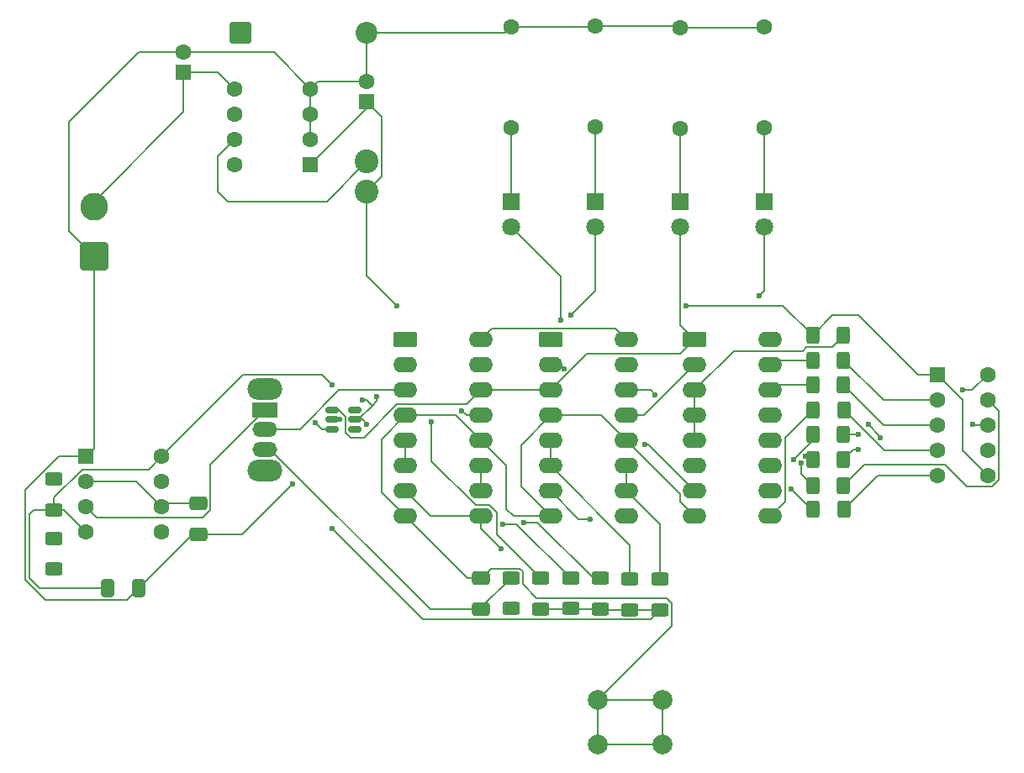
<source format=gbr>
%TF.GenerationSoftware,KiCad,Pcbnew,9.0.3*%
%TF.CreationDate,2025-12-16T09:58:44+01:00*%
%TF.ProjectId,PTP_Dario_Ladovic_project1,5054505f-4461-4726-996f-5f4c61646f76,rev?*%
%TF.SameCoordinates,Original*%
%TF.FileFunction,Copper,L1,Top*%
%TF.FilePolarity,Positive*%
%FSLAX46Y46*%
G04 Gerber Fmt 4.6, Leading zero omitted, Abs format (unit mm)*
G04 Created by KiCad (PCBNEW 9.0.3) date 2025-12-16 09:58:44*
%MOMM*%
%LPD*%
G01*
G04 APERTURE LIST*
G04 Aperture macros list*
%AMRoundRect*
0 Rectangle with rounded corners*
0 $1 Rounding radius*
0 $2 $3 $4 $5 $6 $7 $8 $9 X,Y pos of 4 corners*
0 Add a 4 corners polygon primitive as box body*
4,1,4,$2,$3,$4,$5,$6,$7,$8,$9,$2,$3,0*
0 Add four circle primitives for the rounded corners*
1,1,$1+$1,$2,$3*
1,1,$1+$1,$4,$5*
1,1,$1+$1,$6,$7*
1,1,$1+$1,$8,$9*
0 Add four rect primitives between the rounded corners*
20,1,$1+$1,$2,$3,$4,$5,0*
20,1,$1+$1,$4,$5,$6,$7,0*
20,1,$1+$1,$6,$7,$8,$9,0*
20,1,$1+$1,$8,$9,$2,$3,0*%
G04 Aperture macros list end*
%TA.AperFunction,ComponentPad*%
%ADD10RoundRect,0.250000X0.550000X0.550000X-0.550000X0.550000X-0.550000X-0.550000X0.550000X-0.550000X0*%
%TD*%
%TA.AperFunction,ComponentPad*%
%ADD11C,1.600000*%
%TD*%
%TA.AperFunction,SMDPad,CuDef*%
%ADD12RoundRect,0.250000X0.625000X-0.400000X0.625000X0.400000X-0.625000X0.400000X-0.625000X-0.400000X0*%
%TD*%
%TA.AperFunction,ComponentPad*%
%ADD13RoundRect,0.250000X-0.550000X-0.550000X0.550000X-0.550000X0.550000X0.550000X-0.550000X0.550000X0*%
%TD*%
%TA.AperFunction,ComponentPad*%
%ADD14C,2.400000*%
%TD*%
%TA.AperFunction,ComponentPad*%
%ADD15RoundRect,0.250000X0.550000X-0.550000X0.550000X0.550000X-0.550000X0.550000X-0.550000X-0.550000X0*%
%TD*%
%TA.AperFunction,ComponentPad*%
%ADD16RoundRect,0.250000X-0.950000X-0.550000X0.950000X-0.550000X0.950000X0.550000X-0.950000X0.550000X0*%
%TD*%
%TA.AperFunction,ComponentPad*%
%ADD17O,2.400000X1.600000*%
%TD*%
%TA.AperFunction,ComponentPad*%
%ADD18R,1.800000X1.800000*%
%TD*%
%TA.AperFunction,ComponentPad*%
%ADD19C,1.800000*%
%TD*%
%TA.AperFunction,SMDPad,CuDef*%
%ADD20RoundRect,0.250000X-0.400000X-0.625000X0.400000X-0.625000X0.400000X0.625000X-0.400000X0.625000X0*%
%TD*%
%TA.AperFunction,SMDPad,CuDef*%
%ADD21RoundRect,0.250000X-0.650000X0.412500X-0.650000X-0.412500X0.650000X-0.412500X0.650000X0.412500X0*%
%TD*%
%TA.AperFunction,ComponentPad*%
%ADD22C,2.000000*%
%TD*%
%TA.AperFunction,SMDPad,CuDef*%
%ADD23RoundRect,0.250000X-0.412500X-0.650000X0.412500X-0.650000X0.412500X0.650000X-0.412500X0.650000X0*%
%TD*%
%TA.AperFunction,ComponentPad*%
%ADD24O,3.500000X2.200000*%
%TD*%
%TA.AperFunction,ComponentPad*%
%ADD25R,2.500000X1.500000*%
%TD*%
%TA.AperFunction,ComponentPad*%
%ADD26O,2.500000X1.500000*%
%TD*%
%TA.AperFunction,ComponentPad*%
%ADD27R,1.600000X1.600000*%
%TD*%
%TA.AperFunction,ComponentPad*%
%ADD28RoundRect,0.250001X1.149999X-1.149999X1.149999X1.149999X-1.149999X1.149999X-1.149999X-1.149999X0*%
%TD*%
%TA.AperFunction,ComponentPad*%
%ADD29C,2.800000*%
%TD*%
%TA.AperFunction,ComponentPad*%
%ADD30RoundRect,0.249999X-0.850001X-0.850001X0.850001X-0.850001X0.850001X0.850001X-0.850001X0.850001X0*%
%TD*%
%TA.AperFunction,ComponentPad*%
%ADD31C,2.200000*%
%TD*%
%TA.AperFunction,SMDPad,CuDef*%
%ADD32RoundRect,0.150000X-0.512500X-0.150000X0.512500X-0.150000X0.512500X0.150000X-0.512500X0.150000X0*%
%TD*%
%TA.AperFunction,ViaPad*%
%ADD33C,0.600000*%
%TD*%
%TA.AperFunction,Conductor*%
%ADD34C,0.200000*%
%TD*%
G04 APERTURE END LIST*
D10*
%TO.P,U1,1,FB*%
%TO.N,+5V*%
X130305000Y-65810000D03*
D11*
%TO.P,U1,2,SGND*%
%TO.N,GND*%
X130305000Y-63270000D03*
%TO.P,U1,3,~{ON}/OFF*%
X130305000Y-60730000D03*
%TO.P,U1,4,PGND*%
X130305000Y-58190000D03*
%TO.P,U1,5,VIN*%
%TO.N,VD*%
X122685000Y-58190000D03*
%TO.P,U1,6,NC*%
%TO.N,unconnected-(U1-NC-Pad6)*%
X122685000Y-60730000D03*
%TO.P,U1,7,OUT*%
%TO.N,Net-(D4-K)*%
X122685000Y-63270000D03*
%TO.P,U1,8,NC*%
%TO.N,unconnected-(U1-NC-Pad8)*%
X122685000Y-65810000D03*
%TD*%
D12*
%TO.P,R19,1*%
%TO.N,+5V*%
X104500000Y-100600000D03*
%TO.P,R19,2*%
%TO.N,Net-(U7-DIS)*%
X104500000Y-97500000D03*
%TD*%
%TO.P,R11,1*%
%TO.N,+5V*%
X162500000Y-110650000D03*
%TO.P,R11,2*%
%TO.N,Net-(U3A-J)*%
X162500000Y-107550000D03*
%TD*%
D13*
%TO.P,U7,1,GND*%
%TO.N,GND*%
X107695000Y-95190000D03*
D11*
%TO.P,U7,2,TR*%
%TO.N,Net-(U7-THR)*%
X107695000Y-97730000D03*
%TO.P,U7,3,Q*%
%TO.N,555*%
X107695000Y-100270000D03*
%TO.P,U7,4,R*%
%TO.N,+5V*%
X107695000Y-102810000D03*
%TO.P,U7,5,CV*%
%TO.N,unconnected-(U7-CV-Pad5)*%
X115315000Y-102810000D03*
%TO.P,U7,6,THR*%
%TO.N,Net-(U7-THR)*%
X115315000Y-100270000D03*
%TO.P,U7,7,DIS*%
%TO.N,Net-(U7-DIS)*%
X115315000Y-97730000D03*
%TO.P,U7,8,VCC*%
%TO.N,+5V*%
X115315000Y-95190000D03*
%TD*%
D14*
%TO.P,L1,1,1*%
%TO.N,Net-(D4-K)*%
X136000000Y-65500000D03*
%TO.P,L1,2,2*%
%TO.N,+5V*%
X136000000Y-68500000D03*
%TD*%
D12*
%TO.P,R20,1*%
%TO.N,Net-(U7-DIS)*%
X104500000Y-106550000D03*
%TO.P,R20,2*%
%TO.N,Net-(U7-THR)*%
X104500000Y-103450000D03*
%TD*%
D15*
%TO.P,C2,1*%
%TO.N,+5V*%
X136000000Y-59455113D03*
D11*
%TO.P,C2,2*%
%TO.N,GND*%
X136000000Y-57455113D03*
%TD*%
D16*
%TO.P,U4,1,B*%
%TO.N,Q1*%
X169000000Y-83460000D03*
D17*
%TO.P,U4,2,C*%
%TO.N,Q2*%
X169000000Y-86000000D03*
%TO.P,U4,3,LT*%
%TO.N,Net-(U4-BI)*%
X169000000Y-88540000D03*
%TO.P,U4,4,BI*%
X169000000Y-91080000D03*
%TO.P,U4,5,RBI*%
X169000000Y-93620000D03*
%TO.P,U4,6,D*%
%TO.N,Q3*%
X169000000Y-96160000D03*
%TO.P,U4,7,A*%
%TO.N,Q0*%
X169000000Y-98700000D03*
%TO.P,U4,8,GND*%
%TO.N,GND*%
X169000000Y-101240000D03*
%TO.P,U4,9,e*%
%TO.N,Net-(U4-e)*%
X176620000Y-101240000D03*
%TO.P,U4,10,d*%
%TO.N,Net-(U4-d)*%
X176620000Y-98700000D03*
%TO.P,U4,11,c*%
%TO.N,Net-(U4-c)*%
X176620000Y-96160000D03*
%TO.P,U4,12,b*%
%TO.N,Net-(U4-b)*%
X176620000Y-93620000D03*
%TO.P,U4,13,a*%
%TO.N,Net-(U4-a)*%
X176620000Y-91080000D03*
%TO.P,U4,14,g*%
%TO.N,Net-(U4-g)*%
X176620000Y-88540000D03*
%TO.P,U4,15,f*%
%TO.N,Net-(U4-f)*%
X176620000Y-86000000D03*
%TO.P,U4,16,VCC*%
%TO.N,unconnected-(U4-VCC-Pad16)*%
X176620000Y-83460000D03*
%TD*%
D18*
%TO.P,D3,1,K*%
%TO.N,Net-(D3-K)*%
X159000000Y-69500000D03*
D19*
%TO.P,D3,2,A*%
%TO.N,Q2*%
X159000000Y-72040000D03*
%TD*%
D16*
%TO.P,U2,1,Q*%
%TO.N,unconnected-(U2A-Q-Pad1)*%
X139880000Y-83460000D03*
D17*
%TO.P,U2,2,~{Q}*%
%TO.N,Q0*%
X139880000Y-86000000D03*
%TO.P,U2,3,C*%
%TO.N,Clock*%
X139880000Y-88540000D03*
%TO.P,U2,4,R*%
%TO.N,GND*%
X139880000Y-91080000D03*
%TO.P,U2,5,K*%
%TO.N,Net-(U2A-J)*%
X139880000Y-93620000D03*
%TO.P,U2,6,J*%
X139880000Y-96160000D03*
%TO.P,U2,7,S*%
%TO.N,Reset*%
X139880000Y-98700000D03*
%TO.P,U2,8,VSS*%
%TO.N,GND*%
X139880000Y-101240000D03*
%TO.P,U2,9,S*%
%TO.N,Reset*%
X147500000Y-101240000D03*
%TO.P,U2,10,J*%
%TO.N,Net-(U2B-J)*%
X147500000Y-98700000D03*
%TO.P,U2,11,K*%
X147500000Y-96160000D03*
%TO.P,U2,12,R*%
%TO.N,GND*%
X147500000Y-93620000D03*
%TO.P,U2,13,C*%
%TO.N,Q0*%
X147500000Y-91080000D03*
%TO.P,U2,14,~{Q}*%
%TO.N,Q1*%
X147500000Y-88540000D03*
%TO.P,U2,15,Q*%
%TO.N,unconnected-(U2B-Q-Pad15)*%
X147500000Y-86000000D03*
%TO.P,U2,16,VDD*%
%TO.N,+5V*%
X147500000Y-83460000D03*
%TD*%
D18*
%TO.P,D1,1,K*%
%TO.N,Net-(D1-K)*%
X176000000Y-69500000D03*
D19*
%TO.P,D1,2,A*%
%TO.N,Q0*%
X176000000Y-72040000D03*
%TD*%
D20*
%TO.P,R15,1*%
%TO.N,+5V*%
X180900000Y-83000000D03*
%TO.P,R15,2*%
%TO.N,Net-(U4-BI)*%
X184000000Y-83000000D03*
%TD*%
D15*
%TO.P,C1,1*%
%TO.N,VD*%
X117500000Y-56500000D03*
D11*
%TO.P,C1,2*%
%TO.N,GND*%
X117500000Y-54500000D03*
%TD*%
%TO.P,R2,1*%
%TO.N,GND*%
X167500000Y-52000000D03*
%TO.P,R2,2*%
%TO.N,Net-(D2-K)*%
X167500000Y-62160000D03*
%TD*%
D20*
%TO.P,R5,1*%
%TO.N,Net-(U4-a)*%
X180900000Y-95500000D03*
%TO.P,R5,2*%
%TO.N,Net-(U5-A)*%
X184000000Y-95500000D03*
%TD*%
D18*
%TO.P,D2,1,K*%
%TO.N,Net-(D2-K)*%
X167500000Y-69500000D03*
D19*
%TO.P,D2,2,A*%
%TO.N,Q1*%
X167500000Y-72040000D03*
%TD*%
D16*
%TO.P,U3,1,Q*%
%TO.N,unconnected-(U3A-Q-Pad1)*%
X154500000Y-83460000D03*
D17*
%TO.P,U3,2,~{Q}*%
%TO.N,Q2*%
X154500000Y-86000000D03*
%TO.P,U3,3,C*%
%TO.N,Q1*%
X154500000Y-88540000D03*
%TO.P,U3,4,R*%
%TO.N,GND*%
X154500000Y-91080000D03*
%TO.P,U3,5,K*%
%TO.N,Net-(U3A-J)*%
X154500000Y-93620000D03*
%TO.P,U3,6,J*%
X154500000Y-96160000D03*
%TO.P,U3,7,S*%
%TO.N,Reset*%
X154500000Y-98700000D03*
%TO.P,U3,8,VSS*%
%TO.N,GND*%
X154500000Y-101240000D03*
%TO.P,U3,9,S*%
%TO.N,Reset*%
X162120000Y-101240000D03*
%TO.P,U3,10,J*%
%TO.N,Net-(U3B-J)*%
X162120000Y-98700000D03*
%TO.P,U3,11,K*%
X162120000Y-96160000D03*
%TO.P,U3,12,R*%
%TO.N,GND*%
X162120000Y-93620000D03*
%TO.P,U3,13,C*%
%TO.N,Q2*%
X162120000Y-91080000D03*
%TO.P,U3,14,~{Q}*%
%TO.N,Q3*%
X162120000Y-88540000D03*
%TO.P,U3,15,Q*%
%TO.N,unconnected-(U3B-Q-Pad15)*%
X162120000Y-86000000D03*
%TO.P,U3,16,VDD*%
%TO.N,+5V*%
X162120000Y-83460000D03*
%TD*%
D21*
%TO.P,C5,1*%
%TO.N,Net-(U7-THR)*%
X119000000Y-99937500D03*
%TO.P,C5,2*%
%TO.N,GND*%
X119000000Y-103062500D03*
%TD*%
D22*
%TO.P,SW1,1,A*%
%TO.N,GND*%
X159250000Y-119750000D03*
X165750000Y-119750000D03*
%TO.P,SW1,2,A*%
X159250000Y-124250000D03*
X165750000Y-124250000D03*
%TD*%
D11*
%TO.P,R3,1*%
%TO.N,Net-(D3-K)*%
X159000000Y-62000000D03*
%TO.P,R3,2*%
%TO.N,GND*%
X159000000Y-51840000D03*
%TD*%
D23*
%TO.P,C4,1*%
%TO.N,+5V*%
X109875000Y-108500000D03*
%TO.P,C4,2*%
%TO.N,GND*%
X113000000Y-108500000D03*
%TD*%
D11*
%TO.P,R1,1*%
%TO.N,Net-(D1-K)*%
X176000000Y-62080000D03*
%TO.P,R1,2*%
%TO.N,GND*%
X176000000Y-51920000D03*
%TD*%
%TO.P,R4,1*%
%TO.N,Net-(D5-K)*%
X150500000Y-62080000D03*
%TO.P,R4,2*%
%TO.N,GND*%
X150500000Y-51920000D03*
%TD*%
D20*
%TO.P,R14,1*%
%TO.N,Net-(U4-d)*%
X180950000Y-100500000D03*
%TO.P,R14,2*%
%TO.N,Net-(U5-D)*%
X184050000Y-100500000D03*
%TD*%
D12*
%TO.P,R7,1*%
%TO.N,+5V*%
X153500000Y-110600000D03*
%TO.P,R7,2*%
%TO.N,Clock*%
X153500000Y-107500000D03*
%TD*%
D21*
%TO.P,C3,1*%
%TO.N,GND*%
X147500000Y-107500000D03*
%TO.P,C3,2*%
%TO.N,Net-(SW2-A)*%
X147500000Y-110625000D03*
%TD*%
D12*
%TO.P,R12,1*%
%TO.N,+5V*%
X165500000Y-110650000D03*
%TO.P,R12,2*%
%TO.N,Net-(U3B-J)*%
X165500000Y-107550000D03*
%TD*%
D20*
%TO.P,R8,1*%
%TO.N,Net-(U4-c)*%
X180900000Y-93000000D03*
%TO.P,R8,2*%
%TO.N,Net-(U5-C)*%
X184000000Y-93000000D03*
%TD*%
%TO.P,R18,1*%
%TO.N,Net-(U4-g)*%
X180900000Y-88000000D03*
%TO.P,R18,2*%
%TO.N,Net-(U5-G)*%
X184000000Y-88000000D03*
%TD*%
D12*
%TO.P,R10,1*%
%TO.N,+5V*%
X159500000Y-110600000D03*
%TO.P,R10,2*%
%TO.N,Net-(U2B-J)*%
X159500000Y-107500000D03*
%TD*%
D18*
%TO.P,D5,1,K*%
%TO.N,Net-(D5-K)*%
X150500000Y-69500000D03*
D19*
%TO.P,D5,2,A*%
%TO.N,Q3*%
X150500000Y-72040000D03*
%TD*%
D12*
%TO.P,R9,1*%
%TO.N,+5V*%
X156500000Y-110550000D03*
%TO.P,R9,2*%
%TO.N,Net-(U2A-J)*%
X156500000Y-107450000D03*
%TD*%
D20*
%TO.P,R6,1*%
%TO.N,Net-(U4-b)*%
X180900000Y-98130000D03*
%TO.P,R6,2*%
%TO.N,Net-(U5-B)*%
X184000000Y-98130000D03*
%TD*%
D24*
%TO.P,SW2,*%
%TO.N,*%
X125702500Y-88400000D03*
X125702500Y-96600000D03*
D25*
%TO.P,SW2,1,C*%
%TO.N,555*%
X125702500Y-90500000D03*
D26*
%TO.P,SW2,2,B*%
%TO.N,Clock*%
X125702500Y-92500000D03*
%TO.P,SW2,3,A*%
%TO.N,Net-(SW2-A)*%
X125702500Y-94500000D03*
%TD*%
D27*
%TO.P,U5,1,CA*%
%TO.N,+5V*%
X193420000Y-86960000D03*
D11*
%TO.P,U5,2,F*%
%TO.N,Net-(U5-F)*%
X193420000Y-89500000D03*
%TO.P,U5,3,G*%
%TO.N,Net-(U5-G)*%
X193420000Y-92040000D03*
%TO.P,U5,4,E*%
%TO.N,Net-(U5-E)*%
X193420000Y-94580000D03*
%TO.P,U5,5,D*%
%TO.N,Net-(U5-D)*%
X193420000Y-97120000D03*
%TO.P,U5,6,CA*%
%TO.N,+5V*%
X198500000Y-97120000D03*
%TO.P,U5,7,DP*%
%TO.N,unconnected-(U5-DP-Pad7)*%
X198500000Y-94580000D03*
%TO.P,U5,8,C*%
%TO.N,Net-(U5-C)*%
X198500000Y-92040000D03*
%TO.P,U5,9,B*%
%TO.N,Net-(U5-B)*%
X198500000Y-89500000D03*
%TO.P,U5,10,A*%
%TO.N,Net-(U5-A)*%
X198500000Y-86960000D03*
%TD*%
D20*
%TO.P,R17,1*%
%TO.N,Net-(U4-f)*%
X180900000Y-85500000D03*
%TO.P,R17,2*%
%TO.N,Net-(U5-F)*%
X184000000Y-85500000D03*
%TD*%
%TO.P,R16,1*%
%TO.N,Net-(U4-e)*%
X180950000Y-90500000D03*
%TO.P,R16,2*%
%TO.N,Net-(U5-E)*%
X184050000Y-90500000D03*
%TD*%
D28*
%TO.P,J1,1,Pin_1*%
%TO.N,GND*%
X108500000Y-75000000D03*
D29*
%TO.P,J1,2,Pin_2*%
%TO.N,VD*%
X108500000Y-70000000D03*
%TD*%
D12*
%TO.P,R13,1*%
%TO.N,Net-(R13-Pad1)*%
X150500000Y-110550000D03*
%TO.P,R13,2*%
%TO.N,Net-(SW2-A)*%
X150500000Y-107450000D03*
%TD*%
D30*
%TO.P,D4,1,K*%
%TO.N,Net-(D4-K)*%
X123300000Y-52500000D03*
D31*
%TO.P,D4,2,A*%
%TO.N,GND*%
X136000000Y-52500000D03*
%TD*%
D32*
%TO.P,U6,1,A*%
%TO.N,Q1*%
X132500000Y-90550000D03*
%TO.P,U6,2,GND*%
%TO.N,GND*%
X132500000Y-91500000D03*
%TO.P,U6,3,B*%
%TO.N,Q3*%
X132500000Y-92450000D03*
%TO.P,U6,4,Y*%
%TO.N,RESET*%
X134775000Y-92450000D03*
%TO.P,U6,5,VCC*%
%TO.N,+5V*%
X134775000Y-91500000D03*
%TO.P,U6,6,C*%
%TO.N,CLOCK*%
X134775000Y-90550000D03*
%TD*%
D33*
%TO.N,GND*%
X128500000Y-98000000D03*
%TO.N,Reset*%
X158500000Y-101500000D03*
X149500000Y-104500000D03*
%TO.N,+5V*%
X135500000Y-89500000D03*
X132500000Y-88000000D03*
%TO.N,Q0*%
X145500000Y-90579000D03*
X164000000Y-94000000D03*
X175500000Y-79000000D03*
%TO.N,Net-(U4-d)*%
X178721000Y-98500000D03*
%TO.N,Net-(U4-b)*%
X179725707Y-95836681D03*
%TO.N,Net-(U4-a)*%
X180174265Y-95174265D03*
%TO.N,Net-(U4-c)*%
X179000000Y-95500000D03*
%TO.N,Q3*%
X165000000Y-89000000D03*
X155500000Y-81500000D03*
%TO.N,+5V*%
X139000000Y-80000000D03*
%TO.N,Q2*%
X156500000Y-81000000D03*
X155845735Y-86345735D03*
%TO.N,Net-(U2B-J)*%
X151780054Y-101881525D03*
%TO.N,Net-(U5-A)*%
X185500000Y-94500000D03*
%TO.N,Net-(U5-C)*%
X185500000Y-93000000D03*
%TO.N,+5V*%
X136000000Y-92000000D03*
X132500000Y-102500000D03*
%TO.N,Net-(U5-C)*%
X186500000Y-92000000D03*
X187699265Y-93300735D03*
X197000000Y-92000000D03*
%TO.N,Net-(U5-A)*%
X196000000Y-88500000D03*
%TO.N,+5V*%
X168100000Y-80000000D03*
%TO.N,Net-(U2A-J)*%
X149701044Y-102020216D03*
%TO.N,Clock*%
X142500000Y-91680000D03*
%TO.N,GND*%
X133211500Y-91500000D03*
%TO.N,Q3*%
X130797031Y-91797031D03*
%TO.N,+5V*%
X137000000Y-89140000D03*
%TD*%
D34*
%TO.N,GND*%
X159250000Y-124250000D02*
X159250000Y-119750000D01*
X165750000Y-124250000D02*
X159250000Y-124250000D01*
X165750000Y-119750000D02*
X165750000Y-124250000D01*
X159250000Y-119750000D02*
X165750000Y-119750000D01*
X148501000Y-106499000D02*
X147500000Y-107500000D01*
X151360160Y-106499000D02*
X148501000Y-106499000D01*
X151676000Y-106814840D02*
X151360160Y-106499000D01*
X153099390Y-109508550D02*
X151676000Y-108085160D01*
X151676000Y-108085160D02*
X151676000Y-106814840D01*
X166169710Y-109508550D02*
X153099390Y-109508550D01*
X166676000Y-110014840D02*
X166169710Y-109508550D01*
X166676000Y-112324000D02*
X166676000Y-110014840D01*
X159250000Y-119750000D02*
X166676000Y-112324000D01*
X123437500Y-103062500D02*
X128500000Y-98000000D01*
X119000000Y-103062500D02*
X123437500Y-103062500D01*
%TO.N,Reset*%
X157300000Y-101500000D02*
X158500000Y-101500000D01*
X154500000Y-98700000D02*
X157300000Y-101500000D01*
X147500000Y-102500000D02*
X149500000Y-104500000D01*
X147500000Y-101240000D02*
X147500000Y-102500000D01*
X147500000Y-101240000D02*
X147945352Y-101240000D01*
X142420000Y-101240000D02*
X139880000Y-98700000D01*
X147500000Y-101240000D02*
X142420000Y-101240000D01*
%TO.N,Net-(U4-BI)*%
X172979000Y-84561000D02*
X175000000Y-84561000D01*
X169000000Y-93620000D02*
X169000000Y-90561000D01*
X169000000Y-88540000D02*
X169000000Y-91080000D01*
X182824000Y-84176000D02*
X184000000Y-83000000D01*
X179879840Y-84561000D02*
X180264840Y-84176000D01*
X175000000Y-84561000D02*
X179879840Y-84561000D01*
X169000000Y-88540000D02*
X172979000Y-84561000D01*
X180264840Y-84176000D02*
X182824000Y-84176000D01*
%TO.N,+5V*%
X136000000Y-89500000D02*
X136570000Y-90070000D01*
X135500000Y-89500000D02*
X136000000Y-89500000D01*
X136570000Y-90070000D02*
X137000000Y-89640000D01*
X131499000Y-86999000D02*
X132500000Y-88000000D01*
X123506000Y-86999000D02*
X131499000Y-86999000D01*
X115315000Y-95190000D02*
X123506000Y-86999000D01*
%TO.N,Q0*%
X146001000Y-91080000D02*
X145500000Y-90579000D01*
X147500000Y-91080000D02*
X146001000Y-91080000D01*
X164300000Y-94000000D02*
X164000000Y-94000000D01*
X169000000Y-98700000D02*
X164300000Y-94000000D01*
X176000000Y-78500000D02*
X175500000Y-79000000D01*
X176000000Y-72040000D02*
X176000000Y-78500000D01*
%TO.N,Net-(U4-d)*%
X180721000Y-100500000D02*
X178721000Y-98500000D01*
X180950000Y-100500000D02*
X180721000Y-100500000D01*
%TO.N,Net-(U4-b)*%
X179725707Y-96955707D02*
X179725707Y-95836681D01*
X180900000Y-98130000D02*
X179725707Y-96955707D01*
%TO.N,Net-(U4-a)*%
X180500000Y-95500000D02*
X180174265Y-95174265D01*
X180900000Y-95500000D02*
X180500000Y-95500000D01*
%TO.N,Net-(U4-c)*%
X180900000Y-93600000D02*
X179000000Y-95500000D01*
X180900000Y-93000000D02*
X180900000Y-93600000D01*
%TO.N,Net-(U4-e)*%
X178121000Y-93329000D02*
X178121000Y-99739000D01*
X180950000Y-90500000D02*
X178121000Y-93329000D01*
X178121000Y-99739000D02*
X176620000Y-101240000D01*
%TO.N,Net-(U4-g)*%
X177160000Y-88000000D02*
X176620000Y-88540000D01*
X180900000Y-88000000D02*
X177160000Y-88000000D01*
%TO.N,Net-(U4-f)*%
X177120000Y-85500000D02*
X176620000Y-86000000D01*
X180900000Y-85500000D02*
X177120000Y-85500000D01*
%TO.N,Q3*%
X164540000Y-88540000D02*
X165000000Y-89000000D01*
X162120000Y-88540000D02*
X164540000Y-88540000D01*
X155500000Y-77040000D02*
X155500000Y-81500000D01*
X150500000Y-72040000D02*
X155500000Y-77040000D01*
%TO.N,+5V*%
X136000000Y-77000000D02*
X139000000Y-80000000D01*
X136000000Y-68500000D02*
X136000000Y-77000000D01*
%TO.N,Q2*%
X159000000Y-78500000D02*
X156500000Y-81000000D01*
X159000000Y-72040000D02*
X159000000Y-78500000D01*
X162120000Y-91080000D02*
X163920000Y-91080000D01*
X163920000Y-91080000D02*
X169000000Y-86000000D01*
X155500000Y-86000000D02*
X155845735Y-86345735D01*
X154500000Y-86000000D02*
X155500000Y-86000000D01*
%TO.N,Net-(U3A-J)*%
X154500000Y-96160000D02*
X154500000Y-93620000D01*
%TO.N,Net-(U3B-J)*%
X162120000Y-98700000D02*
X162120000Y-96160000D01*
X165500000Y-102080000D02*
X162120000Y-98700000D01*
X165500000Y-107550000D02*
X165500000Y-102080000D01*
%TO.N,Net-(U3A-J)*%
X162500000Y-104160000D02*
X154500000Y-96160000D01*
X162500000Y-107550000D02*
X162500000Y-104160000D01*
%TO.N,Net-(U2B-J)*%
X147500000Y-96160000D02*
X147500000Y-98700000D01*
X153184476Y-101881525D02*
X151780054Y-101881525D01*
X158802951Y-107500000D02*
X153184476Y-101881525D01*
X159500000Y-107500000D02*
X158802951Y-107500000D01*
%TO.N,Net-(U5-A)*%
X185000000Y-94500000D02*
X184000000Y-95500000D01*
X185500000Y-94500000D02*
X185000000Y-94500000D01*
%TO.N,Net-(U5-C)*%
X185500000Y-93000000D02*
X184000000Y-93000000D01*
%TO.N,+5V*%
X136000000Y-92000000D02*
X135500000Y-91500000D01*
X135500000Y-91500000D02*
X134775000Y-91500000D01*
X164561500Y-111588500D02*
X141588500Y-111588500D01*
X165500000Y-110650000D02*
X164561500Y-111588500D01*
X141588500Y-111588500D02*
X132500000Y-102500000D01*
X162500000Y-110650000D02*
X165500000Y-110650000D01*
X159650000Y-110650000D02*
X162500000Y-110650000D01*
X159600000Y-110600000D02*
X159650000Y-110650000D01*
X159500000Y-110600000D02*
X159600000Y-110600000D01*
X157000000Y-110600000D02*
X159500000Y-110600000D01*
X156950000Y-110550000D02*
X157000000Y-110600000D01*
X156500000Y-110550000D02*
X156950000Y-110550000D01*
X156450000Y-110600000D02*
X156500000Y-110550000D01*
X153500000Y-110600000D02*
X156450000Y-110600000D01*
%TO.N,Net-(U5-C)*%
X187699265Y-93199265D02*
X186500000Y-92000000D01*
X187699265Y-93300735D02*
X187699265Y-93199265D01*
X197040000Y-92040000D02*
X197000000Y-92000000D01*
X198500000Y-92040000D02*
X197040000Y-92040000D01*
%TO.N,+5V*%
X196000000Y-89540000D02*
X193420000Y-86960000D01*
X196000000Y-94620000D02*
X196000000Y-89540000D01*
X198500000Y-97120000D02*
X196000000Y-94620000D01*
%TO.N,Net-(U5-C)*%
X198500000Y-92040000D02*
X198500000Y-91800450D01*
%TO.N,Net-(U5-B)*%
X186111000Y-96019000D02*
X184000000Y-98130000D01*
X194214050Y-96019000D02*
X186111000Y-96019000D01*
X196416050Y-98221000D02*
X194214050Y-96019000D01*
X199601000Y-97576050D02*
X198956050Y-98221000D01*
X199601000Y-90601000D02*
X199601000Y-97576050D01*
X198500000Y-89500000D02*
X199601000Y-90601000D01*
X198956050Y-98221000D02*
X196416050Y-98221000D01*
%TO.N,Net-(U5-A)*%
X196960000Y-88500000D02*
X196000000Y-88500000D01*
X198500000Y-86960000D02*
X196960000Y-88500000D01*
%TO.N,Net-(U5-D)*%
X193420000Y-97120000D02*
X187430000Y-97120000D01*
X187430000Y-97120000D02*
X184050000Y-100500000D01*
%TO.N,Net-(U5-E)*%
X188130000Y-94580000D02*
X184050000Y-90500000D01*
X193420000Y-94580000D02*
X188130000Y-94580000D01*
%TO.N,Net-(U5-G)*%
X188040000Y-92040000D02*
X184000000Y-88000000D01*
X193420000Y-92040000D02*
X188040000Y-92040000D01*
%TO.N,Net-(U5-F)*%
X188000000Y-89500000D02*
X184000000Y-85500000D01*
X193420000Y-89500000D02*
X188000000Y-89500000D01*
%TO.N,+5V*%
X148601000Y-82359000D02*
X147500000Y-83460000D01*
X161019000Y-82359000D02*
X148601000Y-82359000D01*
X162120000Y-83460000D02*
X161019000Y-82359000D01*
X177900000Y-80000000D02*
X168100000Y-80000000D01*
X180900000Y-83000000D02*
X177900000Y-80000000D01*
X182900000Y-81000000D02*
X180900000Y-83000000D01*
X185500000Y-81000000D02*
X182900000Y-81000000D01*
X191460000Y-86960000D02*
X185500000Y-81000000D01*
X193420000Y-86960000D02*
X191460000Y-86960000D01*
%TO.N,Q1*%
X167500000Y-81960000D02*
X167500000Y-72040000D01*
X169000000Y-83460000D02*
X167500000Y-81960000D01*
X167561000Y-84899000D02*
X169000000Y-83460000D01*
X158141000Y-84899000D02*
X167561000Y-84899000D01*
X154500000Y-88540000D02*
X158141000Y-84899000D01*
X147500000Y-88540000D02*
X154500000Y-88540000D01*
%TO.N,+5V*%
X102400000Y-100600000D02*
X104500000Y-100600000D01*
X102000000Y-107500000D02*
X102000000Y-101000000D01*
X103000000Y-108500000D02*
X102000000Y-107500000D01*
X109875000Y-108500000D02*
X103000000Y-108500000D01*
X102000000Y-101000000D02*
X102400000Y-100600000D01*
%TO.N,GND*%
X150740000Y-101240000D02*
X154500000Y-101240000D01*
X150000000Y-96120000D02*
X150000000Y-100500000D01*
X147500000Y-93620000D02*
X150000000Y-96120000D01*
X150000000Y-100500000D02*
X150740000Y-101240000D01*
%TO.N,Net-(D4-K)*%
X132000000Y-69500000D02*
X136000000Y-65500000D01*
X121000000Y-64955000D02*
X121000000Y-68500000D01*
X121000000Y-68500000D02*
X122000000Y-69500000D01*
X122000000Y-69500000D02*
X132000000Y-69500000D01*
X122685000Y-63270000D02*
X121000000Y-64955000D01*
%TO.N,Net-(U2A-J)*%
X151070216Y-102020216D02*
X149701044Y-102020216D01*
X156500000Y-107450000D02*
X151070216Y-102020216D01*
%TO.N,Clock*%
X142500000Y-95672900D02*
X142500000Y-91680000D01*
X146966100Y-100139000D02*
X142500000Y-95672900D01*
X149101044Y-100883995D02*
X148356049Y-100139000D01*
X149101044Y-103101044D02*
X149101044Y-100883995D01*
X148356049Y-100139000D02*
X146966100Y-100139000D01*
X153500000Y-107500000D02*
X149101044Y-103101044D01*
%TO.N,GND*%
X132500000Y-91500000D02*
X133211500Y-91500000D01*
%TO.N,Net-(U2A-J)*%
X139880000Y-93620000D02*
X139880000Y-96160000D01*
%TO.N,Q3*%
X131450000Y-92450000D02*
X130797031Y-91797031D01*
X132500000Y-92450000D02*
X131450000Y-92450000D01*
%TO.N,+5V*%
X137000000Y-89640000D02*
X137000000Y-89140000D01*
X135140000Y-91500000D02*
X136570000Y-90070000D01*
X134775000Y-91500000D02*
X135140000Y-91500000D01*
%TO.N,Q1*%
X139023951Y-89979000D02*
X146061000Y-89979000D01*
X146061000Y-89979000D02*
X147500000Y-88540000D01*
X135709051Y-93293900D02*
X139023951Y-89979000D01*
X133811500Y-92790968D02*
X134314432Y-93293900D01*
X133811500Y-91199001D02*
X133811500Y-92790968D01*
X133162499Y-90550000D02*
X133811500Y-91199001D01*
X134314432Y-93293900D02*
X135709051Y-93293900D01*
X132500000Y-90550000D02*
X133162499Y-90550000D01*
%TO.N,GND*%
X167499000Y-99739000D02*
X169000000Y-101240000D01*
X167499000Y-98999000D02*
X167499000Y-99739000D01*
X162120000Y-93620000D02*
X167499000Y-98999000D01*
X159580000Y-91080000D02*
X162120000Y-93620000D01*
X154500000Y-91080000D02*
X159580000Y-91080000D01*
X151500000Y-94080000D02*
X154500000Y-91080000D01*
X151500000Y-98240000D02*
X151500000Y-94080000D01*
X154500000Y-101240000D02*
X151500000Y-98240000D01*
X144960000Y-91080000D02*
X147500000Y-93620000D01*
X139880000Y-91080000D02*
X144960000Y-91080000D01*
X137500000Y-93460000D02*
X139880000Y-91080000D01*
X137500000Y-98860000D02*
X137500000Y-93460000D01*
X139880000Y-101240000D02*
X137500000Y-98860000D01*
X146140000Y-107500000D02*
X139880000Y-101240000D01*
X147500000Y-107500000D02*
X146140000Y-107500000D01*
%TO.N,Net-(SW2-A)*%
X147500000Y-110450000D02*
X150500000Y-107450000D01*
X147500000Y-110625000D02*
X147500000Y-110450000D01*
X142358813Y-110625000D02*
X147500000Y-110625000D01*
X126233813Y-94500000D02*
X142358813Y-110625000D01*
X125702500Y-94500000D02*
X126233813Y-94500000D01*
%TO.N,Clock*%
X133205532Y-88540000D02*
X139880000Y-88540000D01*
X129245532Y-92500000D02*
X133205532Y-88540000D01*
X125702500Y-92500000D02*
X129245532Y-92500000D01*
%TO.N,GND*%
X101599000Y-98589840D02*
X104998840Y-95190000D01*
X103633900Y-109701000D02*
X101599000Y-107666100D01*
X101599000Y-107666100D02*
X101599000Y-98589840D01*
X111799000Y-109701000D02*
X103633900Y-109701000D01*
X104998840Y-95190000D02*
X107695000Y-95190000D01*
X113000000Y-108500000D02*
X111799000Y-109701000D01*
%TO.N,555*%
X120201000Y-100585160D02*
X119415160Y-101371000D01*
X119415160Y-101371000D02*
X108796000Y-101371000D01*
X108796000Y-101371000D02*
X107695000Y-100270000D01*
X120201000Y-96001500D02*
X120201000Y-100585160D01*
X125702500Y-90500000D02*
X120201000Y-96001500D01*
%TO.N,Net-(U7-THR)*%
X115647500Y-99937500D02*
X115315000Y-100270000D01*
X119000000Y-99937500D02*
X115647500Y-99937500D01*
%TO.N,+5V*%
X104500000Y-99367950D02*
X104500000Y-100600000D01*
X107367950Y-96500000D02*
X104500000Y-99367950D01*
X114005000Y-96500000D02*
X107367950Y-96500000D01*
X115315000Y-95190000D02*
X114005000Y-96500000D01*
%TO.N,Net-(U7-THR)*%
X112775000Y-97730000D02*
X115315000Y-100270000D01*
X107695000Y-97730000D02*
X112775000Y-97730000D01*
%TO.N,GND*%
X118437500Y-103062500D02*
X119000000Y-103062500D01*
X113000000Y-108500000D02*
X118437500Y-103062500D01*
%TO.N,+5V*%
X105485000Y-100600000D02*
X104500000Y-100600000D01*
X107695000Y-102810000D02*
X105485000Y-100600000D01*
%TO.N,GND*%
X108500000Y-94385000D02*
X107695000Y-95190000D01*
X108500000Y-75000000D02*
X108500000Y-94385000D01*
X113000000Y-54500000D02*
X117500000Y-54500000D01*
X106000000Y-61500000D02*
X113000000Y-54500000D01*
X106000000Y-72500000D02*
X106000000Y-61500000D01*
X108500000Y-75000000D02*
X106000000Y-72500000D01*
%TO.N,VD*%
X108500000Y-69500000D02*
X117500000Y-60500000D01*
X108500000Y-70000000D02*
X108500000Y-69500000D01*
X117500000Y-60500000D02*
X117500000Y-56500000D01*
%TO.N,+5V*%
X136000000Y-60115000D02*
X130305000Y-65810000D01*
X136000000Y-59455113D02*
X136000000Y-60115000D01*
X137501000Y-60956113D02*
X136000000Y-59455113D01*
X137501000Y-66999000D02*
X137501000Y-60956113D01*
X136000000Y-68500000D02*
X137501000Y-66999000D01*
%TO.N,VD*%
X120995000Y-56500000D02*
X122685000Y-58190000D01*
X117500000Y-56500000D02*
X120995000Y-56500000D01*
%TO.N,GND*%
X131039887Y-57455113D02*
X130305000Y-58190000D01*
X136000000Y-57455113D02*
X131039887Y-57455113D01*
X130305000Y-60730000D02*
X130305000Y-63270000D01*
X130305000Y-58190000D02*
X130305000Y-60730000D01*
X126615000Y-54500000D02*
X130305000Y-58190000D01*
X117500000Y-54500000D02*
X126615000Y-54500000D01*
X175920000Y-52000000D02*
X176000000Y-51920000D01*
X167500000Y-52000000D02*
X175920000Y-52000000D01*
X159000000Y-51840000D02*
X167340000Y-51840000D01*
X167340000Y-51840000D02*
X167500000Y-52000000D01*
X158920000Y-51920000D02*
X159000000Y-51840000D01*
X150500000Y-51920000D02*
X158920000Y-51920000D01*
X149920000Y-52500000D02*
X150500000Y-51920000D01*
X136000000Y-52500000D02*
X149920000Y-52500000D01*
%TO.N,Net-(D1-K)*%
X176000000Y-69500000D02*
X176000000Y-62080000D01*
%TO.N,Net-(D3-K)*%
X159000000Y-69500000D02*
X159000000Y-62000000D01*
%TO.N,Net-(D5-K)*%
X150500000Y-69500000D02*
X150500000Y-62080000D01*
%TO.N,GND*%
X136000000Y-57455113D02*
X136000000Y-52500000D01*
%TO.N,Net-(D2-K)*%
X167500000Y-69500000D02*
X167500000Y-62160000D01*
%TD*%
M02*

</source>
